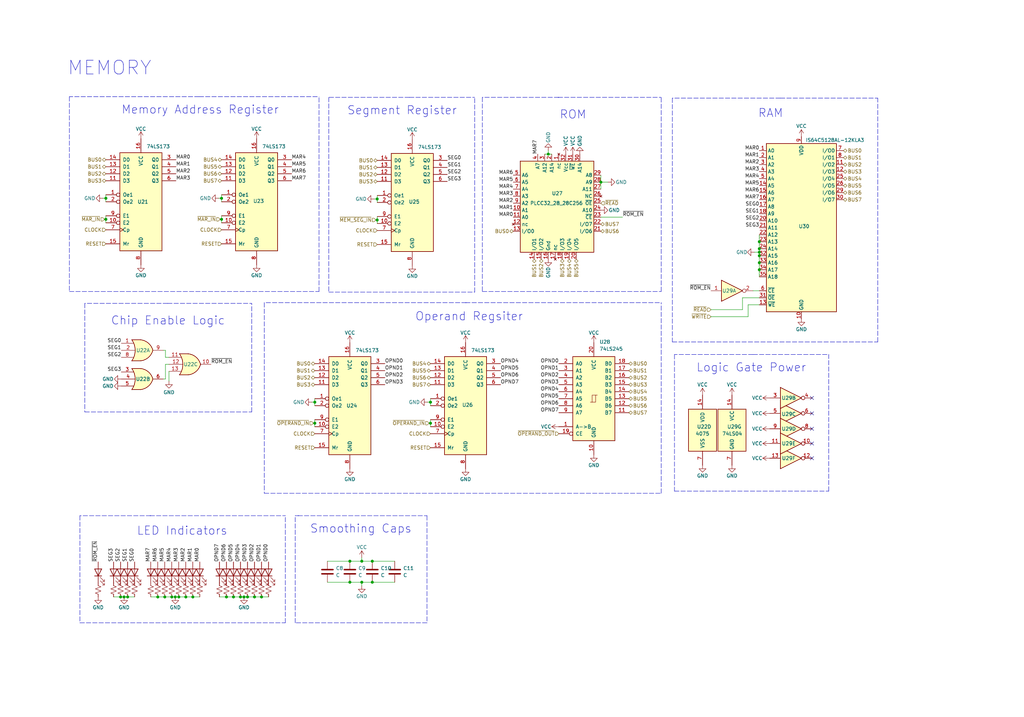
<source format=kicad_sch>
(kicad_sch (version 20211123) (generator eeschema)
  (paper "User" 370.992 259.994)
  (lib_symbols
    (symbol "4xxx:4075" (pin_names (offset 1.016))
      (property "Reference" "U" (at 0 1.27 0))
      (property "Value" "4075" (at 0 -1.27 0))
      (symbol "4075_1_1"
        (pin input line (at -7.62 2.54 0) (length 4.318) (name "~") (number "1"))
        (pin input line (at -7.62 0 0) (length 4.953) (name "~") (number "2"))
        (pin input line (at -7.62 -2.54 0) (length 4.318) (name "~") (number "8"))
        (pin output line (at 7.62 0 180) (length 3.81) (name "~") (number "9"))
      )
      (symbol "4075_1_2"
        (pin input inverted (at -7.62 2.54 0) (length 3.81) (name "~") (number "1"))
        (pin input inverted (at -7.62 0 0) (length 3.81) (name "~") (number "2"))
        (pin input inverted (at -7.62 -2.54 0) (length 3.81) (name "~") (number "8"))
        (pin output inverted (at 7.62 0 180) (length 3.81) (name "~") (number "9"))
      )
      (symbol "4075_2_1"
        (pin input line (at -7.62 2.54 0) (length 4.318) (name "~") (number "3"))
        (pin input line (at -7.62 0 0) (length 4.953) (name "~") (number "4"))
        (pin input line (at -7.62 -2.54 0) (length 4.318) (name "~") (number "5"))
        (pin output line (at 7.62 0 180) (length 3.81) (name "~") (number "6"))
      )
      (symbol "4075_2_2"
        (pin input inverted (at -7.62 2.54 0) (length 3.81) (name "~") (number "3"))
        (pin input inverted (at -7.62 0 0) (length 3.81) (name "~") (number "4"))
        (pin input inverted (at -7.62 -2.54 0) (length 3.81) (name "~") (number "5"))
        (pin output inverted (at 7.62 0 180) (length 3.81) (name "~") (number "6"))
      )
      (symbol "4075_3_1"
        (pin output line (at 7.62 0 180) (length 3.81) (name "~") (number "10"))
        (pin input line (at -7.62 2.54 0) (length 4.318) (name "~") (number "11"))
        (pin input line (at -7.62 0 0) (length 4.953) (name "~") (number "12"))
        (pin input line (at -7.62 -2.54 0) (length 4.318) (name "~") (number "13"))
      )
      (symbol "4075_3_2"
        (pin output inverted (at 7.62 0 180) (length 3.81) (name "~") (number "10"))
        (pin input inverted (at -7.62 2.54 0) (length 3.81) (name "~") (number "11"))
        (pin input inverted (at -7.62 0 0) (length 3.81) (name "~") (number "12"))
        (pin input inverted (at -7.62 -2.54 0) (length 3.81) (name "~") (number "13"))
      )
      (symbol "4075_4_0"
        (pin power_in line (at 0 12.7 270) (length 5.08) (name "VDD") (number "14"))
        (pin power_in line (at 0 -12.7 90) (length 5.08) (name "VSS") (number "7"))
      )
    )
    (symbol "74xx:74LS04"
      (property "Reference" "U" (at 0 1.27 0))
      (property "Value" "74LS04" (at 0 -1.27 0))
      (symbol "74LS04_1_0"
        (pin input line (at -7.62 0 0) (length 3.81) (name "~") (number "1"))
        (pin output inverted (at 7.62 0 180) (length 3.81) (name "~") (number "2"))
      )
      (symbol "74LS04_2_0"
        (pin input line (at -7.62 0 0) (length 3.81) (name "~") (number "3"))
        (pin output inverted (at 7.62 0 180) (length 3.81) (name "~") (number "4"))
      )
      (symbol "74LS04_3_0"
        (pin input line (at -7.62 0 0) (length 3.81) (name "~") (number "5"))
        (pin output inverted (at 7.62 0 180) (length 3.81) (name "~") (number "6"))
      )
      (symbol "74LS04_4_0"
        (pin output inverted (at 7.62 0 180) (length 3.81) (name "~") (number "8"))
        (pin input line (at -7.62 0 0) (length 3.81) (name "~") (number "9"))
      )
      (symbol "74LS04_5_0"
        (pin output inverted (at 7.62 0 180) (length 3.81) (name "~") (number "10"))
        (pin input line (at -7.62 0 0) (length 3.81) (name "~") (number "11"))
      )
      (symbol "74LS04_6_0"
        (pin output inverted (at 7.62 0 180) (length 3.81) (name "~") (number "12"))
        (pin input line (at -7.62 0 0) (length 3.81) (name "~") (number "13"))
      )
      (symbol "74LS04_7_0"
        (pin power_in line (at 0 12.7 270) (length 5.08) (name "VCC") (number "14"))
        (pin power_in line (at 0 -12.7 90) (length 5.08) (name "GND") (number "7"))
      )
    )
    (symbol "74xx:74LS173" (pin_names (offset 1.016))
      (property "Reference" "U" (at -7.62 19.05 0))
      (property "Value" "74LS173" (at -7.62 -19.05 0))
      (symbol "74LS173_1_0"
        (pin input inverted (at -12.7 2.54 0) (length 5.08) (name "Oe1") (number "1"))
        (pin input inverted (at -12.7 -7.62 0) (length 5.08) (name "E2") (number "10"))
        (pin input line (at -12.7 7.62 0) (length 5.08) (name "D3") (number "11"))
        (pin input line (at -12.7 10.16 0) (length 5.08) (name "D2") (number "12"))
        (pin input line (at -12.7 12.7 0) (length 5.08) (name "D1") (number "13"))
        (pin input line (at -12.7 15.24 0) (length 5.08) (name "D0") (number "14"))
        (pin input line (at -12.7 -15.24 0) (length 5.08) (name "Mr") (number "15"))
        (pin power_in line (at 0 22.86 270) (length 5.08) (name "VCC") (number "16"))
        (pin input inverted (at -12.7 0 0) (length 5.08) (name "Oe2") (number "2"))
        (pin tri_state line (at 12.7 15.24 180) (length 5.08) (name "Q0") (number "3"))
        (pin tri_state line (at 12.7 12.7 180) (length 5.08) (name "Q1") (number "4"))
        (pin tri_state line (at 12.7 10.16 180) (length 5.08) (name "Q2") (number "5"))
        (pin tri_state line (at 12.7 7.62 180) (length 5.08) (name "Q3") (number "6"))
        (pin input clock (at -12.7 -10.16 0) (length 5.08) (name "Cp") (number "7"))
        (pin power_in line (at 0 -22.86 90) (length 5.08) (name "GND") (number "8"))
        (pin input inverted (at -12.7 -5.08 0) (length 5.08) (name "E1") (number "9"))
      )
    )
    (symbol "74xx:74LS245" (pin_names (offset 1.016))
      (property "Reference" "U" (at -7.62 16.51 0))
      (property "Value" "74LS245" (at -7.62 -16.51 0))
      (symbol "74LS245_1_0"
        (pin input line (at -12.7 -10.16 0) (length 5.08) (name "A->B") (number "1"))
        (pin power_in line (at 0 -20.32 90) (length 5.08) (name "GND") (number "10"))
        (pin tri_state line (at 12.7 -5.08 180) (length 5.08) (name "B7") (number "11"))
        (pin tri_state line (at 12.7 -2.54 180) (length 5.08) (name "B6") (number "12"))
        (pin tri_state line (at 12.7 0 180) (length 5.08) (name "B5") (number "13"))
        (pin tri_state line (at 12.7 2.54 180) (length 5.08) (name "B4") (number "14"))
        (pin tri_state line (at 12.7 5.08 180) (length 5.08) (name "B3") (number "15"))
        (pin tri_state line (at 12.7 7.62 180) (length 5.08) (name "B2") (number "16"))
        (pin tri_state line (at 12.7 10.16 180) (length 5.08) (name "B1") (number "17"))
        (pin tri_state line (at 12.7 12.7 180) (length 5.08) (name "B0") (number "18"))
        (pin input inverted (at -12.7 -12.7 0) (length 5.08) (name "CE") (number "19"))
        (pin tri_state line (at -12.7 12.7 0) (length 5.08) (name "A0") (number "2"))
        (pin power_in line (at 0 20.32 270) (length 5.08) (name "VCC") (number "20"))
        (pin tri_state line (at -12.7 10.16 0) (length 5.08) (name "A1") (number "3"))
        (pin tri_state line (at -12.7 7.62 0) (length 5.08) (name "A2") (number "4"))
        (pin tri_state line (at -12.7 5.08 0) (length 5.08) (name "A3") (number "5"))
        (pin tri_state line (at -12.7 2.54 0) (length 5.08) (name "A4") (number "6"))
        (pin tri_state line (at -12.7 0 0) (length 5.08) (name "A5") (number "7"))
        (pin tri_state line (at -12.7 -2.54 0) (length 5.08) (name "A6") (number "8"))
        (pin tri_state line (at -12.7 -5.08 0) (length 5.08) (name "A7") (number "9"))
      )
    )
    (symbol "Device:C" (pin_numbers hide) (pin_names (offset 0.254))
      (property "Reference" "C" (at 0.635 2.54 0))
      (property "Value" "C" (at 0.635 -2.54 0))
      (symbol "C_1_1"
        (pin passive line (at 0 3.81 270) (length 2.794) (name "~") (number "1"))
        (pin passive line (at 0 -3.81 90) (length 2.794) (name "~") (number "2"))
      )
    )
    (symbol "Device:LED" (pin_numbers hide) (pin_names (offset 1.016) hide)
      (property "Reference" "D" (at 0 2.54 0))
      (property "Value" "LED" (at 0 -2.54 0))
      (symbol "LED_1_1"
        (pin passive line (at -3.81 0 0) (length 2.54) (name "K") (number "1"))
        (pin passive line (at 3.81 0 180) (length 2.54) (name "A") (number "2"))
      )
    )
    (symbol "Device:R_Small_US" (pin_numbers hide) (pin_names (offset 0.254) hide)
      (property "Reference" "R" (at 0.762 0.508 0))
      (property "Value" "R_Small_US" (at 0.762 -1.016 0))
      (symbol "R_Small_US_1_1"
        (pin passive line (at 0 2.54 270) (length 1.016) (name "~") (number "1"))
        (pin passive line (at 0 -2.54 90) (length 1.016) (name "~") (number "2"))
      )
    )
    (symbol "Memory_RAM:IS64C5128AL-12KLA3"
      (property "Reference" "U" (at -10.16 31.75 0))
      (property "Value" "IS64C5128AL-12KLA3" (at 12.7 31.75 0))
      (symbol "IS64C5128AL-12KLA3_1_1"
        (pin input line (at -15.24 27.94 0) (length 2.54) (name "A0") (number "1"))
        (pin power_in line (at 0 -33.02 90) (length 2.54) (name "GND") (number "10"))
        (pin bidirectional line (at 15.24 22.86 180) (length 2.54) (name "I/O2") (number "11"))
        (pin bidirectional line (at 15.24 20.32 180) (length 2.54) (name "I/O3") (number "12"))
        (pin input line (at -15.24 -27.94 0) (length 2.54) (name "~{WE}") (number "13"))
        (pin input line (at -15.24 15.24 0) (length 2.54) (name "A5") (number "14"))
        (pin input line (at -15.24 12.7 0) (length 2.54) (name "A6") (number "15"))
        (pin input line (at -15.24 10.16 0) (length 2.54) (name "A7") (number "16"))
        (pin input line (at -15.24 7.62 0) (length 2.54) (name "A8") (number "17"))
        (pin input line (at -15.24 5.08 0) (length 2.54) (name "A9") (number "18"))
        (pin no_connect line (at 12.7 -27.94 180) (length 2.54) hide (name "NC") (number "19"))
        (pin input line (at -15.24 25.4 0) (length 2.54) (name "A1") (number "2"))
        (pin input line (at -15.24 2.54 0) (length 2.54) (name "A10") (number "20"))
        (pin input line (at -15.24 0 0) (length 2.54) (name "A11") (number "21"))
        (pin input line (at -15.24 -2.54 0) (length 2.54) (name "A12") (number "22"))
        (pin input line (at -15.24 -5.08 0) (length 2.54) (name "A13") (number "23"))
        (pin input line (at -15.24 -7.62 0) (length 2.54) (name "A14") (number "24"))
        (pin bidirectional line (at 15.24 17.78 180) (length 2.54) (name "I/O4") (number "25"))
        (pin bidirectional line (at 15.24 15.24 180) (length 2.54) (name "I/O5") (number "26"))
        (pin passive line (at 0 33.02 270) (length 2.54) hide (name "VDD") (number "27"))
        (pin passive line (at 0 -33.02 90) (length 2.54) hide (name "GND") (number "28"))
        (pin bidirectional line (at 15.24 12.7 180) (length 2.54) (name "I/O6") (number "29"))
        (pin input line (at -15.24 22.86 0) (length 2.54) (name "A2") (number "3"))
        (pin bidirectional line (at 15.24 10.16 180) (length 2.54) (name "I/O7") (number "30"))
        (pin input line (at -15.24 -25.4 0) (length 2.54) (name "~{OE}") (number "31"))
        (pin input line (at -15.24 -10.16 0) (length 2.54) (name "A15") (number "32"))
        (pin input line (at -15.24 -12.7 0) (length 2.54) (name "A16") (number "33"))
        (pin input line (at -15.24 -15.24 0) (length 2.54) (name "A17") (number "34"))
        (pin input line (at -15.24 -17.78 0) (length 2.54) (name "A18") (number "35"))
        (pin no_connect line (at 12.7 -25.4 180) (length 2.54) hide (name "NC") (number "36"))
        (pin input line (at -15.24 20.32 0) (length 2.54) (name "A3") (number "4"))
        (pin input line (at -15.24 17.78 0) (length 2.54) (name "A4") (number "5"))
        (pin input line (at -15.24 -22.86 0) (length 2.54) (name "~{CE}") (number "6"))
        (pin bidirectional line (at 15.24 27.94 180) (length 2.54) (name "I/O0") (number "7"))
        (pin bidirectional line (at 15.24 25.4 180) (length 2.54) (name "I/O1") (number "8"))
        (pin power_in line (at 0 33.02 270) (length 2.54) (name "VDD") (number "9"))
      )
    )
    (symbol "Stephen:PLCC32_28_28C256"
      (property "Reference" "U" (at 19.05 -22.86 0))
      (property "Value" "PLCC32_28_28C256" (at 10.16 -20.32 0))
      (symbol "PLCC32_28_28C256_1_1"
        (pin no_connect line (at 1.27 17.78 270) (length 2.54) (name "nc") (number "1"))
        (pin input line (at -15.24 -2.54 0) (length 2.54) (name "A1") (number "10"))
        (pin input line (at -15.24 -5.08 0) (length 2.54) (name "A0") (number "11"))
        (pin no_connect line (at -15.24 -7.62 0) (length 2.54) (name "nc") (number "12"))
        (pin bidirectional line (at -15.24 -10.16 0) (length 2.54) (name "I/O0") (number "13"))
        (pin bidirectional line (at -7.62 -20.32 90) (length 2.54) (name "I/O1") (number "14"))
        (pin bidirectional line (at -5.08 -20.32 90) (length 2.54) (name "I/O2") (number "15"))
        (pin power_in line (at -2.54 -20.32 90) (length 2.54) (name "Gnd") (number "16"))
        (pin no_connect line (at 0 -20.32 90) (length 2.54) (name "nc") (number "17"))
        (pin bidirectional line (at 2.54 -20.32 90) (length 2.54) (name "I/O3") (number "18"))
        (pin bidirectional line (at 5.08 -20.32 90) (length 2.54) (name "I/O4") (number "19"))
        (pin input line (at -1.27 17.78 270) (length 2.54) (name "A14") (number "2"))
        (pin bidirectional line (at 7.62 -20.32 90) (length 2.54) (name "I/O5") (number "20"))
        (pin bidirectional line (at 16.51 -10.16 180) (length 2.54) (name "I/O6") (number "21"))
        (pin bidirectional line (at 16.51 -7.62 180) (length 2.54) (name "I/O7") (number "22"))
        (pin input line (at 16.51 -5.08 180) (length 2.54) (name "~{CE}") (number "23"))
        (pin input line (at 16.51 -2.54 180) (length 2.54) (name "A10") (number "24"))
        (pin input line (at 16.51 0 180) (length 2.54) (name "~{OE}") (number "25"))
        (pin no_connect line (at 16.51 2.54 180) (length 2.54) (name "NC") (number "26"))
        (pin input line (at 16.51 5.08 180) (length 2.54) (name "A11") (number "27"))
        (pin input line (at 16.51 7.62 180) (length 2.54) (name "A9") (number "28"))
        (pin input line (at 16.51 10.16 180) (length 2.54) (name "A8") (number "29"))
        (pin input line (at -3.81 17.78 270) (length 2.54) (name "A12") (number "3"))
        (pin input line (at 8.89 17.78 270) (length 2.54) (name "A14") (number "30"))
        (pin input line (at 6.35 17.78 270) (length 2.54) (name "~{WE}") (number "31"))
        (pin power_in line (at 3.81 17.78 270) (length 2.54) (name "Vcc") (number "32"))
        (pin input line (at -6.35 17.78 270) (length 2.54) (name "A7") (number "4"))
        (pin input line (at -15.24 10.16 0) (length 2.54) (name "A6") (number "5"))
        (pin input line (at -15.24 7.62 0) (length 2.54) (name "A5") (number "6"))
        (pin input line (at -15.24 5.08 0) (length 2.54) (name "A4") (number "7"))
        (pin input line (at -15.24 2.54 0) (length 2.54) (name "A3") (number "8"))
        (pin input line (at -15.24 0 0) (length 2.54) (name "A2") (number "9"))
      )
    )
    (symbol "power:GND" (power) (pin_names (offset 0))
      (property "Value" "GND" (at 0 -3.81 0))
      (symbol "GND_1_1"
        (pin power_in line (at 0 0 270) (length 0) hide (name "GND") (number "1"))
      )
    )
    (symbol "power:VCC" (power) (pin_names (offset 0))
      (property "Value" "VCC" (at 0 3.81 0))
      (symbol "VCC_1_1"
        (pin power_in line (at 0 0 90) (length 0) hide (name "VCC") (number "1"))
      )
    )
  )
  (junction (at 84.582 216.408))
  (junction (at 44.958 216.408))
  (junction (at 67.31 216.408))
  (junction (at 80.264 79.502))
  (junction (at 275.082 95.25))
  (junction (at 134.874 211.074))
  (junction (at 82.042 216.408))
  (junction (at 38.354 79.502))
  (junction (at 114.046 145.796))
  (junction (at 80.264 71.882))
  (junction (at 198.628 55.88))
  (junction (at 92.202 216.408))
  (junction (at 131.064 203.454))
  (junction (at 155.956 145.796))
  (junction (at 46.228 216.408))
  (junction (at 155.956 153.416))
  (junction (at 62.23 216.408))
  (junction (at 131.064 211.074))
  (junction (at 275.082 91.44))
  (junction (at 57.15 216.408))
  (junction (at 94.742 216.408))
  (junction (at 275.082 87.63))
  (junction (at 87.122 216.408))
  (junction (at 275.082 97.79))
  (junction (at 43.688 216.408))
  (junction (at 136.652 79.756))
  (junction (at 64.77 216.408))
  (junction (at 38.354 71.882))
  (junction (at 88.392 216.408))
  (junction (at 114.046 153.416))
  (junction (at 275.082 92.71))
  (junction (at 126.746 203.454))
  (junction (at 59.69 216.408))
  (junction (at 126.746 211.074))
  (junction (at 217.678 66.04))
  (junction (at 134.874 203.454))
  (junction (at 275.082 90.17))
  (junction (at 89.662 216.408))
  (junction (at 63.5 216.408))
  (junction (at 136.652 72.136))
  (junction (at 69.85 216.408))
  (no_connect (at 294.132 155.448))
  (no_connect (at 294.132 166.116))
  (no_connect (at 294.132 144.272))
  (no_connect (at 294.132 149.86))
  (no_connect (at 294.132 160.782))
  (polyline (pts (xy 148.336 35.306) (xy 171.958 35.306)))
  (polyline (pts (xy 106.934 186.944) (xy 108.204 186.944)))
  (polyline (pts (xy 25.146 105.664) (xy 115.57 105.664)))
  (wire (pts (xy 268.986 112.268) (xy 268.986 107.95)))
  (wire (pts (xy 84.582 216.408) (xy 87.122 216.408)))
  (wire (pts (xy 59.944 129.54) (xy 61.214 129.54)))
  (wire (pts (xy 131.064 212.344) (xy 131.064 211.074)))
  (wire (pts (xy 87.122 216.408) (xy 88.392 216.408)))
  (polyline (pts (xy 239.522 178.816) (xy 239.522 109.728)))
  (wire (pts (xy 198.628 54.61) (xy 198.628 55.88)))
  (wire (pts (xy 198.628 55.88) (xy 197.358 55.88)))
  (polyline (pts (xy 174.752 35.306) (xy 174.752 105.664)))
  (wire (pts (xy 154.94 145.796) (xy 155.956 145.796)))
  (wire (pts (xy 136.652 78.486) (xy 136.652 79.756)))
  (wire (pts (xy 136.652 72.136) (xy 136.652 73.406)))
  (polyline (pts (xy 239.522 105.664) (xy 239.522 35.306)))
  (polyline (pts (xy 115.57 105.664) (xy 115.57 35.052)))
  (wire (pts (xy 134.874 211.074) (xy 143.002 211.074)))
  (wire (pts (xy 275.082 97.79) (xy 275.082 100.33)))
  (wire (pts (xy 38.354 71.882) (xy 38.354 73.152)))
  (polyline (pts (xy 95.758 178.816) (xy 239.522 178.816)))
  (polyline (pts (xy 91.186 149.352) (xy 91.186 109.982)))
  (wire (pts (xy 113.03 145.796) (xy 114.046 145.796)))
  (polyline (pts (xy 106.934 225.806) (xy 106.934 186.944)))
  (wire (pts (xy 225.552 78.74) (xy 217.678 78.74)))
  (polyline (pts (xy 54.61 186.944) (xy 28.956 186.944)))
  (wire (pts (xy 89.662 216.408) (xy 92.202 216.408)))
  (polyline (pts (xy 244.348 178.054) (xy 300.228 178.054)))
  (wire (pts (xy 155.956 153.416) (xy 155.956 154.686)))
  (polyline (pts (xy 168.91 109.728) (xy 95.758 109.728)))
  (wire (pts (xy 59.944 137.414) (xy 59.182 137.414)))
  (wire (pts (xy 67.31 216.408) (xy 69.85 216.408)))
  (wire (pts (xy 64.77 216.408) (xy 67.31 216.408)))
  (wire (pts (xy 131.064 211.074) (xy 126.746 211.074)))
  (wire (pts (xy 38.354 79.502) (xy 38.354 80.772)))
  (polyline (pts (xy 202.184 35.306) (xy 239.522 35.306)))
  (wire (pts (xy 275.082 91.44) (xy 275.082 92.71)))
  (wire (pts (xy 54.61 216.408) (xy 57.15 216.408)))
  (polyline (pts (xy 154.686 225.806) (xy 106.934 225.806)))
  (wire (pts (xy 273.304 91.44) (xy 275.082 91.44)))
  (wire (pts (xy 61.214 132.08) (xy 59.944 132.08)))
  (wire (pts (xy 80.264 79.502) (xy 80.264 80.772)))
  (wire (pts (xy 155.956 152.146) (xy 155.956 153.416)))
  (wire (pts (xy 126.746 203.454) (xy 118.618 203.454)))
  (wire (pts (xy 257.556 112.268) (xy 268.986 112.268)))
  (wire (pts (xy 38.354 78.232) (xy 38.354 79.502)))
  (wire (pts (xy 37.338 71.882) (xy 38.354 71.882)))
  (wire (pts (xy 57.15 216.408) (xy 59.69 216.408)))
  (wire (pts (xy 114.046 152.146) (xy 114.046 153.416)))
  (polyline (pts (xy 300.228 178.054) (xy 300.228 128.524)))
  (polyline (pts (xy 28.956 225.806) (xy 103.378 225.806)))
  (wire (pts (xy 38.354 70.612) (xy 38.354 71.882)))
  (wire (pts (xy 46.228 216.408) (xy 48.768 216.408)))
  (wire (pts (xy 155.956 145.796) (xy 155.956 147.066)))
  (wire (pts (xy 37.846 79.502) (xy 38.354 79.502)))
  (wire (pts (xy 113.538 153.416) (xy 114.046 153.416)))
  (wire (pts (xy 79.756 79.502) (xy 80.264 79.502)))
  (wire (pts (xy 114.046 145.796) (xy 114.046 147.066)))
  (wire (pts (xy 275.082 110.49) (xy 271.018 110.49)))
  (wire (pts (xy 155.448 153.416) (xy 155.956 153.416)))
  (wire (pts (xy 136.144 79.756) (xy 136.652 79.756)))
  (wire (pts (xy 62.23 216.408) (xy 63.5 216.408)))
  (polyline (pts (xy 243.586 35.56) (xy 243.586 123.952)))
  (wire (pts (xy 131.064 202.184) (xy 131.064 203.454)))
  (polyline (pts (xy 54.356 186.944) (xy 103.378 186.944)))
  (polyline (pts (xy 103.378 225.806) (xy 103.378 186.944)))
  (wire (pts (xy 63.5 216.408) (xy 64.77 216.408)))
  (wire (pts (xy 275.082 85.09) (xy 275.082 87.63)))
  (wire (pts (xy 41.148 216.408) (xy 43.688 216.408)))
  (polyline (pts (xy 202.438 35.306) (xy 174.752 35.306)))
  (wire (pts (xy 80.264 71.882) (xy 80.264 73.152)))
  (wire (pts (xy 79.248 71.882) (xy 80.264 71.882)))
  (polyline (pts (xy 272.796 128.524) (xy 300.228 128.524)))
  (polyline (pts (xy 119.126 35.306) (xy 119.126 105.918)))
  (wire (pts (xy 271.018 110.49) (xy 271.018 114.808)))
  (wire (pts (xy 198.628 55.88) (xy 199.898 55.88)))
  (polyline (pts (xy 107.95 186.944) (xy 154.686 186.944)))
  (polyline (pts (xy 171.958 105.918) (xy 171.958 35.306)))
  (wire (pts (xy 275.082 95.25) (xy 275.082 97.79)))
  (wire (pts (xy 136.652 70.866) (xy 136.652 72.136)))
  (wire (pts (xy 268.986 107.95) (xy 275.082 107.95)))
  (wire (pts (xy 272.796 105.41) (xy 275.082 105.41)))
  (polyline (pts (xy 28.956 186.944) (xy 28.956 225.806)))
  (wire (pts (xy 275.082 92.71) (xy 275.082 95.25)))
  (wire (pts (xy 88.392 216.408) (xy 89.662 216.408)))
  (polyline (pts (xy 95.758 109.728) (xy 95.758 178.816)))
  (polyline (pts (xy 244.348 128.524) (xy 244.348 178.054)))
  (polyline (pts (xy 148.336 35.306) (xy 119.126 35.306)))
  (wire (pts (xy 43.688 216.408) (xy 44.958 216.408)))
  (wire (pts (xy 114.046 153.416) (xy 114.046 154.686)))
  (polyline (pts (xy 174.752 105.664) (xy 239.522 105.664)))
  (polyline (pts (xy 25.146 35.052) (xy 25.146 105.664)))
  (wire (pts (xy 131.064 211.074) (xy 134.874 211.074)))
  (wire (pts (xy 82.042 216.408) (xy 84.582 216.408)))
  (wire (pts (xy 126.746 211.074) (xy 118.618 211.074)))
  (polyline (pts (xy 30.734 109.982) (xy 30.734 149.352)))
  (polyline (pts (xy 60.706 109.982) (xy 30.734 109.982)))
  (wire (pts (xy 217.678 66.04) (xy 220.218 66.04)))
  (wire (pts (xy 114.046 144.526) (xy 114.046 145.796)))
  (wire (pts (xy 135.636 72.136) (xy 136.652 72.136)))
  (wire (pts (xy 217.678 66.04) (xy 217.678 68.58)))
  (polyline (pts (xy 154.686 186.944) (xy 154.686 225.806)))
  (wire (pts (xy 126.746 203.454) (xy 131.064 203.454)))
  (polyline (pts (xy 243.586 123.952) (xy 318.008 123.952)))
  (polyline (pts (xy 318.008 123.952) (xy 318.008 35.56)))
  (wire (pts (xy 275.082 90.17) (xy 275.082 91.44)))
  (polyline (pts (xy 72.136 35.052) (xy 25.146 35.052)))
  (polyline (pts (xy 72.136 35.052) (xy 115.57 35.052)))
  (wire (pts (xy 79.502 216.408) (xy 82.042 216.408)))
  (wire (pts (xy 92.202 216.408) (xy 94.742 216.408)))
  (wire (pts (xy 80.264 78.232) (xy 80.264 79.502)))
  (wire (pts (xy 217.678 63.5) (xy 217.678 66.04)))
  (wire (pts (xy 155.956 144.526) (xy 155.956 145.796)))
  (wire (pts (xy 275.082 87.63) (xy 275.082 90.17)))
  (wire (pts (xy 59.182 127) (xy 59.944 127)))
  (polyline (pts (xy 60.706 109.982) (xy 91.186 109.982)))
  (polyline (pts (xy 168.656 109.728) (xy 239.522 109.728)))
  (polyline (pts (xy 119.126 105.918) (xy 171.958 105.918)))
  (wire (pts (xy 131.064 203.454) (xy 134.874 203.454)))
  (wire (pts (xy 136.652 79.756) (xy 136.652 81.026)))
  (wire (pts (xy 59.69 216.408) (xy 62.23 216.408)))
  (polyline (pts (xy 282.702 35.56) (xy 243.586 35.56)))
  (wire (pts (xy 44.958 216.408) (xy 46.228 216.408)))
  (wire (pts (xy 59.944 132.08) (xy 59.944 137.414)))
  (wire (pts (xy 61.214 134.62) (xy 61.214 138.176)))
  (wire (pts (xy 80.264 70.612) (xy 80.264 71.882)))
  (polyline (pts (xy 282.702 35.56) (xy 318.008 35.56)))
  (wire (pts (xy 59.944 127) (xy 59.944 129.54)))
  (wire (pts (xy 69.85 216.408) (xy 72.39 216.408)))
  (polyline (pts (xy 30.734 149.352) (xy 91.186 149.352)))
  (polyline (pts (xy 272.796 128.524) (xy 244.348 128.524)))
  (wire (pts (xy 134.874 203.454) (xy 143.002 203.454)))
  (wire (pts (xy 271.018 114.808) (xy 257.556 114.808)))
  (wire (pts (xy 94.742 216.408) (xy 97.282 216.408)))
  (text "Segment Register" (at 125.73 41.91 0) (effects (font (size 3 3)) (justify left bottom)))
  (text "Operand Regsiter" (at 150.368 116.586 0) (effects (font (size 3 3)) (justify left bottom)))
  (text "MEMORY" (at 24.384 27.686 0) (effects (font (size 5 5)) (justify left bottom)))
  (text "Chip Enable Logic" (at 40.132 118.11 0) (effects (font (size 3 3)) (justify left bottom)))
  (text "RAM" (at 274.574 42.926 0) (effects (font (size 3 3)) (justify left bottom)))
  (text "Memory Address Register" (at 43.942 41.656 0) (effects (font (size 3 3)) (justify left bottom)))
  (text "Logic Gate Power" (at 252.222 135.128 0) (effects (font (size 3 3)) (justify left bottom)))
  (text "LED Indicators" (at 49.53 194.31 0) (effects (font (size 3 3)) (justify left bottom)))
  (text "ROM" (at 202.692 43.434 0) (effects (font (size 3 3)) (justify left bottom)))
  (text "Smoothing Caps" (at 112.268 193.548 0) (effects (font (size 3 3)) (justify left bottom)))
  (label "MAR3" (at 185.928 71.12 180))
  (label "SEG3" (at 162.052 65.786 0))
  (label "SEG2" (at 43.688 203.708 90))
  (label "OPND5" (at 202.438 144.526 180))
  (label "MAR6" (at 57.15 203.708 90))
  (label "MAR4" (at 275.082 64.77 180))
  (label "OPND4" (at 87.122 203.708 90))
  (label "OPND1" (at 202.438 134.366 180))
  (label "MAR2" (at 63.754 62.992 0))
  (label "MAR0" (at 275.082 54.61 180))
  (label "~{ROM_EN}" (at 76.454 132.08 0))
  (label "OPND0" (at 202.438 131.826 180))
  (label "MAR2" (at 67.31 203.708 90))
  (label "OPND2" (at 139.446 136.906 0))
  (label "MAR7" (at 54.61 203.708 90))
  (label "SEG1" (at 46.228 203.708 90))
  (label "MAR2" (at 185.928 73.66 180))
  (label "OPND2" (at 92.202 203.708 90))
  (label "OPND7" (at 181.356 139.446 0))
  (label "SEG1" (at 162.052 60.706 0))
  (label "OPND6" (at 181.356 136.906 0))
  (label "MAR1" (at 275.082 57.15 180))
  (label "SEG0" (at 162.052 58.166 0))
  (label "SEG0" (at 43.942 124.46 180))
  (label "OPND4" (at 181.356 131.826 0))
  (label "MAR6" (at 185.928 63.5 180))
  (label "OPND1" (at 139.446 134.366 0))
  (label "MAR4" (at 185.928 68.58 180))
  (label "MAR5" (at 185.928 66.04 180))
  (label "OPND6" (at 82.042 203.708 90))
  (label "MAR5" (at 105.664 60.452 0))
  (label "SEG3" (at 41.148 203.708 90))
  (label "MAR1" (at 63.754 60.452 0))
  (label "MAR6" (at 275.082 69.85 180))
  (label "OPND5" (at 181.356 134.366 0))
  (label "SEG2" (at 162.052 63.246 0))
  (label "OPND4" (at 202.438 141.986 180))
  (label "MAR2" (at 275.082 59.69 180))
  (label "MAR4" (at 105.664 57.912 0))
  (label "~{ROM_EN}" (at 225.552 78.74 0))
  (label "MAR7" (at 194.818 55.88 90))
  (label "MAR0" (at 72.39 203.708 90))
  (label "SEG1" (at 275.082 77.47 180))
  (label "MAR0" (at 63.754 57.912 0))
  (label "MAR4" (at 62.23 203.708 90))
  (label "MAR1" (at 185.928 76.2 180))
  (label "OPND7" (at 79.502 203.708 90))
  (label "~{ROM_EN}" (at 257.556 105.41 180))
  (label "MAR5" (at 59.69 203.708 90))
  (label "OPND1" (at 94.742 203.708 90))
  (label "SEG2" (at 275.082 80.01 180))
  (label "OPND3" (at 202.438 139.446 180))
  (label "MAR1" (at 69.85 203.708 90))
  (label "SEG3" (at 43.942 134.874 180))
  (label "MAR6" (at 105.664 62.992 0))
  (label "MAR3" (at 275.082 62.23 180))
  (label "SEG1" (at 43.942 127 180))
  (label "OPND2" (at 202.438 136.906 180))
  (label "OPND5" (at 84.582 203.708 90))
  (label "MAR3" (at 64.77 203.708 90))
  (label "MAR5" (at 275.082 67.31 180))
  (label "OPND0" (at 139.446 131.826 0))
  (label "SEG0" (at 275.082 74.93 180))
  (label "MAR7" (at 105.664 65.532 0))
  (label "~{ROM_EN}" (at 35.56 203.708 90))
  (label "SEG2" (at 43.942 129.54 180))
  (label "OPND6" (at 202.438 147.066 180))
  (label "SEG3" (at 275.082 82.55 180))
  (label "MAR3" (at 63.754 65.532 0))
  (label "OPND3" (at 89.662 203.708 90))
  (label "MAR0" (at 185.928 78.74 180))
  (label "MAR7" (at 275.082 72.39 180))
  (label "OPND7" (at 202.438 149.606 180))
  (label "OPND3" (at 139.446 139.446 0))
  (label "OPND0" (at 97.282 203.708 90))
  (label "SEG0" (at 48.768 203.708 90))
  (hierarchical_label "BUS1" (shape tri_state) (at 136.652 60.706 180))
  (hierarchical_label "BUS7" (shape tri_state) (at 80.264 65.532 180))
  (hierarchical_label "~{OPERAND_OUT}" (shape input) (at 202.438 157.226 180))
  (hierarchical_label "BUS1" (shape tri_state) (at 305.562 57.15 0))
  (hierarchical_label "RESET" (shape input) (at 155.956 162.306 180))
  (hierarchical_label "RESET" (shape input) (at 114.046 162.306 180))
  (hierarchical_label "CLOCK" (shape input) (at 80.264 83.312 180))
  (hierarchical_label "~{MEM_SEG_IN}" (shape input) (at 136.144 79.756 180))
  (hierarchical_label "BUS3" (shape tri_state) (at 136.652 65.786 180))
  (hierarchical_label "BUS4" (shape tri_state) (at 155.956 131.826 180))
  (hierarchical_label "~{OPERAND_IN}" (shape input) (at 113.538 153.416 180))
  (hierarchical_label "BUS0" (shape tri_state) (at 38.354 57.912 180))
  (hierarchical_label "CLOCK" (shape input) (at 38.354 83.312 180))
  (hierarchical_label "BUS6" (shape tri_state) (at 155.956 136.906 180))
  (hierarchical_label "BUS2" (shape tri_state) (at 227.838 136.906 0))
  (hierarchical_label "BUS1" (shape tri_state) (at 227.838 134.366 0))
  (hierarchical_label "BUS4" (shape tri_state) (at 206.248 93.98 270))
  (hierarchical_label "BUS5" (shape tri_state) (at 155.956 134.366 180))
  (hierarchical_label "BUS3" (shape tri_state) (at 305.562 62.23 0))
  (hierarchical_label "BUS2" (shape tri_state) (at 196.088 93.98 270))
  (hierarchical_label "~{OPERAND_IN}" (shape input) (at 155.448 153.416 180))
  (hierarchical_label "BUS7" (shape tri_state) (at 227.838 149.606 0))
  (hierarchical_label "CLOCK" (shape input) (at 114.046 157.226 180))
  (hierarchical_label "BUS0" (shape tri_state) (at 136.652 58.166 180))
  (hierarchical_label "CLOCK" (shape input) (at 155.956 157.226 180))
  (hierarchical_label "BUS7" (shape tri_state) (at 305.562 72.39 0))
  (hierarchical_label "BUS0" (shape tri_state) (at 227.838 131.826 0))
  (hierarchical_label "BUS3" (shape tri_state) (at 203.708 93.98 270))
  (hierarchical_label "BUS4" (shape tri_state) (at 305.562 64.77 0))
  (hierarchical_label "BUS3" (shape tri_state) (at 114.046 139.446 180))
  (hierarchical_label "BUS6" (shape tri_state) (at 227.838 147.066 0))
  (hierarchical_label "BUS2" (shape tri_state) (at 38.354 62.992 180))
  (hierarchical_label "~{MAR_IN}" (shape input) (at 37.846 79.502 180))
  (hierarchical_label "BUS1" (shape tri_state) (at 38.354 60.452 180))
  (hierarchical_label "BUS7" (shape tri_state) (at 217.678 81.28 0))
  (hierarchical_label "RESET" (shape input) (at 80.264 88.392 180))
  (hierarchical_label "BUS4" (shape tri_state) (at 227.838 141.986 0))
  (hierarchical_label "BUS6" (shape tri_state) (at 80.264 62.992 180))
  (hierarchical_label "BUS2" (shape tri_state) (at 114.046 136.906 180))
  (hierarchical_label "BUS3" (shape tri_state) (at 227.838 139.446 0))
  (hierarchical_label "~{WRITE}" (shape input) (at 257.556 114.808 180))
  (hierarchical_label "RESET" (shape input) (at 136.652 88.646 180))
  (hierarchical_label "BUS4" (shape tri_state) (at 80.264 57.912 180))
  (hierarchical_label "BUS5" (shape tri_state) (at 208.788 93.98 270))
  (hierarchical_label "BUS6" (shape tri_state) (at 217.678 83.82 0))
  (hierarchical_label "BUS2" (shape tri_state) (at 136.652 63.246 180))
  (hierarchical_label "BUS5" (shape tri_state) (at 80.264 60.452 180))
  (hierarchical_label "BUS5" (shape tri_state) (at 227.838 144.526 0))
  (hierarchical_label "BUS0" (shape tri_state) (at 305.562 54.61 0))
  (hierarchical_label "BUS0" (shape tri_state) (at 185.928 83.82 180))
  (hierarchical_label "BUS1" (shape tri_state) (at 114.046 134.366 180))
  (hierarchical_label "BUS1" (shape tri_state) (at 193.548 93.98 270))
  (hierarchical_label "~{MAR_IN}" (shape input) (at 79.756 79.502 180))
  (hierarchical_label "BUS0" (shape tri_state) (at 114.046 131.826 180))
  (hierarchical_label "BUS7" (shape tri_state) (at 155.956 139.446 180))
  (hierarchical_label "~{READ}" (shape input) (at 217.678 73.66 0))
  (hierarchical_label "BUS3" (shape tri_state) (at 38.354 65.532 180))
  (hierarchical_label "BUS5" (shape tri_state) (at 305.562 67.31 0))
  (hierarchical_label "CLOCK" (shape input) (at 136.652 83.566 180))
  (hierarchical_label "BUS6" (shape tri_state) (at 305.562 69.85 0))
  (hierarchical_label "~{READ}" (shape input) (at 257.556 112.268 180))
  (hierarchical_label "BUS2" (shape tri_state) (at 305.562 59.69 0))
  (hierarchical_label "RESET" (shape input) (at 38.354 88.392 180))
  (symbol (lib_id "Device:C") (at 118.618 207.264 0) (unit 1)
    (property "Reference" "C8" (at 121.666 205.9939 0) (effects (justify left)))
    (property "Value" "C" (at 121.666 208.5339 0) (effects (justify left)))
    (property "Footprint" "Capacitor_SMD:C_0805_2012Metric" (effects hide))
  )
  (symbol (lib_id "power:VCC") (at 126.746 124.206 0) (unit 1)
    (property "Reference" "#PWR091" (effects hide))
    (property "Value" "VCC" (at 126.746 120.65 0))
  )
  (symbol (lib_id "power:GND") (at 43.942 139.954 270) (unit 1)
    (property "Reference" "#PWR080" (effects hide))
    (property "Value" "GND" (at 39.116 139.954 90))
  )
  (symbol (lib_id "Memory_RAM:IS64C5128AL-12KLA3") (at 290.322 82.55 0) (unit 1)
    (property "Reference" "U30" (at 289.306 82.042 0) (effects (justify left)))
    (property "Value" "IS64C5128AL-12KLA3" (at 291.846 50.8 0) (effects (justify left)))
    (property "Footprint" "Package_SO:SOJ-36_10.16x23.49mm_P1.27mm" (effects hide))
    (property "Datasheet" "http://www.issi.com/WW/pdf/61-64C5128AL.pdf" (effects hide))
  )
  (symbol (lib_id "Device:R_Small_US") (at 72.39 213.868 0) (unit 1)
    (property "Reference" "R57" (effects hide))
    (property "Value" "R_Small_US" (effects hide))
    (property "Footprint" "Resistor_SMD:R_0805_2012Metric" (effects hide))
  )
  (symbol (lib_id "4xxx:4075") (at 51.562 137.414 0) (unit 2)
    (property "Reference" "U22" (at 51.816 137.414 0))
    (property "Value" "4075" (effects hide))
    (property "Footprint" "Package_SO:SOIC-14_3.9x8.7mm_P1.27mm" (effects hide))
    (property "Datasheet" "http://www.intersil.com/content/dam/Intersil/documents/cd40/cd4071bms-72bms-75bms.pdf" (effects hide))
  )
  (symbol (lib_id "74xx:74LS173") (at 92.964 73.152 0) (unit 1)
    (property "Reference" "U23" (at 91.694 72.898 0) (effects (justify left)))
    (property "Value" "74LS173" (at 94.9834 53.086 0) (effects (justify left)))
    (property "Footprint" "Package_SO:TSSOP-16_4.4x5mm_P0.65mm" (effects hide))
    (property "Datasheet" "http://www.ti.com/lit/gpn/sn74LS173" (effects hide))
  )
  (symbol (lib_id "power:GND") (at 149.352 96.266 0) (unit 1)
    (property "Reference" "#PWR097" (effects hide))
    (property "Value" "GND" (at 149.352 100.076 0))
  )
  (symbol (lib_id "74xx:74LS173") (at 51.054 73.152 0) (unit 1)
    (property "Reference" "U21" (at 49.784 73.152 0) (effects (justify left)))
    (property "Value" "74LS173" (at 53.0734 53.086 0) (effects (justify left)))
    (property "Footprint" "Package_SO:TSSOP-16_4.4x5mm_P0.65mm" (effects hide))
    (property "Datasheet" "http://www.ti.com/lit/gpn/sn74LS173" (effects hide))
  )
  (symbol (lib_id "power:GND") (at 135.636 72.136 270) (unit 1)
    (property "Reference" "#PWR095" (effects hide))
    (property "Value" "GND" (at 130.81 72.136 90))
  )
  (symbol (lib_id "Device:LED") (at 89.662 207.518 90) (unit 1)
    (property "Reference" "D62" (effects hide))
    (property "Value" "LED" (effects hide))
    (property "Footprint" "LED_SMD:LED_0805_2012Metric" (effects hide))
  )
  (symbol (lib_id "Device:R_Small_US") (at 94.742 213.868 0) (unit 1)
    (property "Reference" "R64" (effects hide))
    (property "Value" "R_Small_US" (effects hide))
    (property "Footprint" "Resistor_SMD:R_0805_2012Metric" (effects hide))
  )
  (symbol (lib_id "power:GND") (at 126.746 169.926 0) (unit 1)
    (property "Reference" "#PWR092" (effects hide))
    (property "Value" "GND" (at 126.746 173.736 0))
  )
  (symbol (lib_id "power:VCC") (at 149.352 50.546 0) (unit 1)
    (property "Reference" "#PWR096" (effects hide))
    (property "Value" "VCC" (at 149.352 46.99 0))
  )
  (symbol (lib_id "power:GND") (at 113.03 145.796 270) (unit 1)
    (property "Reference" "#PWR090" (effects hide))
    (property "Value" "GND" (at 108.204 145.796 90))
  )
  (symbol (lib_id "Device:LED") (at 35.56 207.518 90) (unit 1)
    (property "Reference" "D45" (effects hide))
    (property "Value" "LED" (effects hide))
    (property "Footprint" "LED_SMD:LED_0805_2012Metric" (effects hide))
  )
  (symbol (lib_id "Device:LED") (at 82.042 207.518 90) (unit 1)
    (property "Reference" "D59" (effects hide))
    (property "Value" "LED" (effects hide))
    (property "Footprint" "LED_SMD:LED_0805_2012Metric" (effects hide))
  )
  (symbol (lib_id "Device:R_Small_US") (at 64.77 213.868 0) (unit 1)
    (property "Reference" "R54" (effects hide))
    (property "Value" "R_Small_US" (effects hide))
    (property "Footprint" "Resistor_SMD:R_0805_2012Metric" (effects hide))
  )
  (symbol (lib_id "power:VCC") (at 131.064 202.184 0) (unit 1)
    (property "Reference" "#PWR093" (effects hide))
    (property "Value" "VCC" (at 131.064 198.374 0))
  )
  (symbol (lib_id "74xx:74LS04") (at 286.512 149.86 0) (unit 3)
    (property "Reference" "U29" (at 285.75 150.114 0))
    (property "Value" "74LS04" (effects hide))
    (property "Datasheet" "http://www.ti.com/lit/gpn/sn74LS04" (effects hide))
  )
  (symbol (lib_id "74xx:74LS04") (at 286.512 144.272 0) (unit 2)
    (property "Reference" "U29" (at 285.75 144.272 0))
    (property "Value" "74LS04" (effects hide))
    (property "Datasheet" "http://www.ti.com/lit/gpn/sn74LS04" (effects hide))
  )
  (symbol (lib_id "Device:R_Small_US") (at 69.85 213.868 0) (unit 1)
    (property "Reference" "R56" (effects hide))
    (property "Value" "R_Small_US" (effects hide))
    (property "Footprint" "Resistor_SMD:R_0805_2012Metric" (effects hide))
  )
  (symbol (lib_id "power:GND") (at 131.064 212.344 0) (unit 1)
    (property "Reference" "#PWR094" (effects hide))
    (property "Value" "GND" (at 131.064 216.154 0))
  )
  (symbol (lib_id "power:GND") (at 154.94 145.796 270) (unit 1)
    (property "Reference" "#PWR098" (effects hide))
    (property "Value" "GND" (at 150.114 145.796 90))
  )
  (symbol (lib_id "Device:R_Small_US") (at 79.502 213.868 0) (unit 1)
    (property "Reference" "R58" (effects hide))
    (property "Value" "R_Small_US" (effects hide))
    (property "Footprint" "Resistor_SMD:R_0805_2012Metric" (effects hide))
  )
  (symbol (lib_id "Device:LED") (at 41.148 207.518 90) (unit 1)
    (property "Reference" "D46" (effects hide))
    (property "Value" "LED" (effects hide))
    (property "Footprint" "LED_SMD:LED_0805_2012Metric" (effects hide))
  )
  (symbol (lib_id "Device:LED") (at 69.85 207.518 90) (unit 1)
    (property "Reference" "D56" (effects hide))
    (property "Value" "LED" (effects hide))
    (property "Footprint" "LED_SMD:LED_0805_2012Metric" (effects hide))
  )
  (symbol (lib_id "Device:R_Small_US") (at 97.282 213.868 0) (unit 1)
    (property "Reference" "R65" (effects hide))
    (property "Value" "R_Small_US" (effects hide))
    (property "Footprint" "Resistor_SMD:R_0805_2012Metric" (effects hide))
  )
  (symbol (lib_id "power:GND") (at 37.338 71.882 270) (unit 1)
    (property "Reference" "#PWR078" (effects hide))
    (property "Value" "GND" (at 32.512 71.882 90))
  )
  (symbol (lib_id "Device:R_Small_US") (at 89.662 213.868 0) (unit 1)
    (property "Reference" "R62" (effects hide))
    (property "Value" "R_Small_US" (effects hide))
    (property "Footprint" "Resistor_SMD:R_0805_2012Metric" (effects hide))
  )
  (symbol (lib_id "Device:LED") (at 59.69 207.518 90) (unit 1)
    (property "Reference" "D52" (effects hide))
    (property "Value" "LED" (effects hide))
    (property "Footprint" "LED_SMD:LED_0805_2012Metric" (effects hide))
  )
  (symbol (lib_id "4xxx:4075") (at 51.562 127 0) (unit 1)
    (property "Reference" "U22" (at 51.816 127 0))
    (property "Value" "4075" (effects hide))
    (property "Footprint" "Package_SO:SOIC-14_3.9x8.7mm_P1.27mm" (effects hide))
    (property "Datasheet" "http://www.intersil.com/content/dam/Intersil/documents/cd40/cd4071bms-72bms-75bms.pdf" (effects hide))
  )
  (symbol (lib_id "Device:LED") (at 43.688 207.518 90) (unit 1)
    (property "Reference" "D47" (effects hide))
    (property "Value" "LED" (effects hide))
    (property "Footprint" "LED_SMD:LED_0805_2012Metric" (effects hide))
  )
  (symbol (lib_id "Device:R_Small_US") (at 54.61 213.868 0) (unit 1)
    (property "Reference" "R50" (effects hide))
    (property "Value" "R_Small_US" (effects hide))
    (property "Footprint" "Resistor_SMD:R_0805_2012Metric" (effects hide))
  )
  (symbol (lib_id "Device:LED") (at 87.122 207.518 90) (unit 1)
    (property "Reference" "D61" (effects hide))
    (property "Value" "LED" (effects hide))
    (property "Footprint" "LED_SMD:LED_0805_2012Metric" (effects hide))
  )
  (symbol (lib_id "power:VCC") (at 278.892 149.86 90) (unit 1)
    (property "Reference" "#PWR0117" (effects hide))
    (property "Value" "VCC" (at 274.32 149.86 90))
  )
  (symbol (lib_id "74xx:74LS04") (at 265.176 155.956 0) (unit 7)
    (property "Reference" "U29" (at 263.398 154.686 0) (effects (justify left)))
    (property "Value" "74LS04" (at 261.62 157.226 0) (effects (justify left)))
    (property "Footprint" "Package_SO:TSSOP-14_4.4x5mm_P0.65mm" (effects hide))
    (property "Datasheet" "http://www.ti.com/lit/gpn/sn74LS04" (effects hide))
  )
  (symbol (lib_id "power:GND") (at 44.958 216.408 0) (unit 1)
    (property "Reference" "#PWR081" (effects hide))
    (property "Value" "GND" (at 44.958 220.218 0))
  )
  (symbol (lib_id "Device:LED") (at 57.15 207.518 90) (unit 1)
    (property "Reference" "D51" (effects hide))
    (property "Value" "LED" (effects hide))
    (property "Footprint" "LED_SMD:LED_0805_2012Metric" (effects hide))
  )
  (symbol (lib_id "power:VCC") (at 265.176 143.256 0) (unit 1)
    (property "Reference" "#PWR0113" (effects hide))
    (property "Value" "VCC" (at 265.176 139.446 0))
  )
  (symbol (lib_id "Device:LED") (at 92.202 207.518 90) (unit 1)
    (property "Reference" "D63" (effects hide))
    (property "Value" "LED" (effects hide))
    (property "Footprint" "LED_SMD:LED_0805_2012Metric" (effects hide))
  )
  (symbol (lib_id "power:VCC") (at 278.892 160.782 90) (unit 1)
    (property "Reference" "#PWR0119" (effects hide))
    (property "Value" "VCC" (at 274.32 160.782 90))
  )
  (symbol (lib_id "Device:C") (at 126.746 207.264 0) (unit 1)
    (property "Reference" "C9" (at 129.794 205.9939 0) (effects (justify left)))
    (property "Value" "C" (at 129.794 208.5339 0) (effects (justify left)))
    (property "Footprint" "Capacitor_SMD:C_0805_2012Metric" (effects hide))
  )
  (symbol (lib_id "Device:R_Small_US") (at 35.56 213.868 0) (unit 1)
    (property "Reference" "R45" (effects hide))
    (property "Value" "R_Small_US" (effects hide))
    (property "Footprint" "Resistor_SMD:R_0805_2012Metric" (effects hide))
  )
  (symbol (lib_id "power:VCC") (at 215.138 124.206 0) (unit 1)
    (property "Reference" "#PWR0107" (effects hide))
    (property "Value" "VCC" (at 215.138 120.65 0))
  )
  (symbol (lib_id "Device:LED") (at 67.31 207.518 90) (unit 1)
    (property "Reference" "D55" (effects hide))
    (property "Value" "LED" (effects hide))
    (property "Footprint" "LED_SMD:LED_0805_2012Metric" (effects hide))
  )
  (symbol (lib_id "Device:R_Small_US") (at 57.15 213.868 0) (unit 1)
    (property "Reference" "R51" (effects hide))
    (property "Value" "R_Small_US" (effects hide))
    (property "Footprint" "Resistor_SMD:R_0805_2012Metric" (effects hide))
  )
  (symbol (lib_id "power:GND") (at 35.56 216.408 0) (unit 1)
    (property "Reference" "#PWR077" (effects hide))
    (property "Value" "GND" (at 35.56 220.218 0))
  )
  (symbol (lib_id "power:GND") (at 198.628 93.98 0) (unit 1)
    (property "Reference" "#PWR0102" (effects hide))
    (property "Value" "GND" (at 198.628 98.806 90))
  )
  (symbol (lib_id "74xx:74LS04") (at 265.176 105.41 0) (unit 1)
    (property "Reference" "U29" (at 264.16 105.41 0))
    (property "Value" "74LS04" (effects hide))
    (property "Datasheet" "http://www.ti.com/lit/gpn/sn74LS04" (effects hide))
  )
  (symbol (lib_id "Device:LED") (at 79.502 207.518 90) (unit 1)
    (property "Reference" "D58" (effects hide))
    (property "Value" "LED" (effects hide))
    (property "Footprint" "LED_SMD:LED_0805_2012Metric" (effects hide))
  )
  (symbol (lib_id "74xx:74LS173") (at 168.656 147.066 0) (unit 1)
    (property "Reference" "U26" (at 167.386 146.812 0) (effects (justify left)))
    (property "Value" "74LS173" (at 170.6754 127 0) (effects (justify left)))
    (property "Footprint" "Package_SO:TSSOP-16_4.4x5mm_P0.65mm" (effects hide))
    (property "Datasheet" "http://www.ti.com/lit/gpn/sn74LS173" (effects hide))
  )
  (symbol (lib_id "Device:LED") (at 97.282 207.518 90) (unit 1)
    (property "Reference" "D65" (effects hide))
    (property "Value" "LED" (effects hide))
    (property "Footprint" "LED_SMD:LED_0805_2012Metric" (effects hide))
  )
  (symbol (lib_id "Device:C") (at 143.002 207.264 0) (unit 1)
    (property "Reference" "C11" (at 146.05 205.9939 0) (effects (justify left)))
    (property "Value" "C" (at 146.05 208.5339 0) (effects (justify left)))
    (property "Footprint" "Capacitor_SMD:C_0805_2012Metric" (effects hide))
  )
  (symbol (lib_id "74xx:74LS04") (at 286.512 160.782 0) (unit 5)
    (property "Reference" "U29" (at 285.75 160.782 0))
    (property "Value" "74LS04" (effects hide))
    (property "Datasheet" "http://www.ti.com/lit/gpn/sn74LS04" (effects hide))
  )
  (symbol (lib_id "Device:LED") (at 72.39 207.518 90) (unit 1)
    (property "Reference" "D57" (effects hide))
    (property "Value" "LED" (effects hide))
    (property "Footprint" "LED_SMD:LED_0805_2012Metric" (effects hide))
  )
  (symbol (lib_id "power:GND") (at 168.656 169.926 0) (unit 1)
    (property "Reference" "#PWR0100" (effects hide))
    (property "Value" "GND" (at 168.656 173.736 0))
  )
  (symbol (lib_id "Device:R_Small_US") (at 84.582 213.868 0) (unit 1)
    (property "Reference" "R60" (effects hide))
    (property "Value" "R_Small_US" (effects hide))
    (property "Footprint" "Resistor_SMD:R_0805_2012Metric" (effects hide))
  )
  (symbol (lib_id "power:VCC") (at 254.508 143.256 0) (unit 1)
    (property "Reference" "#PWR0111" (effects hide))
    (property "Value" "VCC" (at 254.508 139.446 0))
  )
  (symbol (lib_id "Device:R_Small_US") (at 59.69 213.868 0) (unit 1)
    (property "Reference" "R52" (effects hide))
    (property "Value" "R_Small_US" (effects hide))
    (property "Footprint" "Resistor_SMD:R_0805_2012Metric" (effects hide))
  )
  (symbol (lib_id "power:GND") (at 254.508 168.656 0) (unit 1)
    (property "Reference" "#PWR0112" (effects hide))
    (property "Value" "GND" (at 254.508 172.466 0))
  )
  (symbol (lib_id "Device:R_Small_US") (at 92.202 213.868 0) (unit 1)
    (property "Reference" "R63" (effects hide))
    (property "Value" "R_Small_US" (effects hide))
    (property "Footprint" "Resistor_SMD:R_0805_2012Metric" (effects hide))
  )
  (symbol (lib_id "power:GND") (at 265.176 168.656 0) (unit 1)
    (property "Reference" "#PWR0114" (effects hide))
    (property "Value" "GND" (at 265.176 172.466 0))
  )
  (symbol (lib_id "Device:R_Small_US") (at 82.042 213.868 0) (unit 1)
    (property "Reference" "R59" (effects hide))
    (property "Value" "R_Small_US" (effects hide))
    (property "Footprint" "Resistor_SMD:R_0805_2012Metric" (effects hide))
  )
  (symbol (lib_id "power:GND") (at 79.248 71.882 270) (unit 1)
    (property "Reference" "#PWR086" (effects hide))
    (property "Value" "GND" (at 74.422 71.882 90))
  )
  (symbol (lib_id "power:VCC") (at 290.322 49.53 0) (unit 1)
    (property "Reference" "#PWR0121" (effects hide))
    (property "Value" "VCC" (at 290.322 45.72 0))
  )
  (symbol (lib_id "Device:R_Small_US") (at 41.148 213.868 0) (unit 1)
    (property "Reference" "R46" (effects hide))
    (property "Value" "R_Small_US" (effects hide))
    (property "Footprint" "Resistor_SMD:R_0805_2012Metric" (effects hide))
  )
  (symbol (lib_id "Stephen:PLCC32_28_28C256") (at 201.168 73.66 0) (unit 1)
    (property "Reference" "U27" (at 199.898 70.104 0) (effects (justify left)))
    (property "Value" "PLCC32_28_28C256" (at 192.024 73.66 0) (effects (justify left)))
    (property "Footprint" "Stephenv6:PLCC-32-SOCKET-Microchip-32J-10_2001-B-IPC_A" (effects hide))
    (property "Datasheet" "http://ww1.microchip.com/downloads/en/DeviceDoc/doc0006.pdf" (effects hide))
  )
  (symbol (lib_id "Device:C") (at 134.874 207.264 0) (unit 1)
    (property "Reference" "C10" (at 137.922 205.9939 0) (effects (justify left)))
    (property "Value" "C" (at 137.922 208.5339 0) (effects (justify left)))
    (property "Footprint" "Capacitor_SMD:C_0805_2012Metric" (effects hide))
  )
  (symbol (lib_id "power:GND") (at 51.054 96.012 0) (unit 1)
    (property "Reference" "#PWR083" (effects hide))
    (property "Value" "GND" (at 51.054 99.822 0))
  )
  (symbol (lib_id "74xx:74LS04") (at 286.512 166.116 0) (unit 6)
    (property "Reference" "U29" (at 285.75 166.116 0))
    (property "Value" "74LS04" (effects hide))
    (property "Datasheet" "http://www.ti.com/lit/gpn/sn74LS04" (effects hide))
  )
  (symbol (lib_id "power:VCC") (at 278.892 155.448 90) (unit 1)
    (property "Reference" "#PWR0118" (effects hide))
    (property "Value" "VCC" (at 274.32 155.448 90))
  )
  (symbol (lib_id "power:VCC") (at 207.518 55.88 0) (unit 1)
    (property "Reference" "#PWR0105" (effects hide))
    (property "Value" "VCC" (at 207.518 51.054 90))
  )
  (symbol (lib_id "Device:LED") (at 46.228 207.518 90) (unit 1)
    (property "Reference" "D48" (effects hide))
    (property "Value" "LED" (effects hide))
    (property "Footprint" "LED_SMD:LED_0805_2012Metric" (effects hide))
  )
  (symbol (lib_id "power:VCC") (at 204.978 55.88 0) (unit 1)
    (property "Reference" "#PWR0104" (effects hide))
    (property "Value" "VCC" (at 204.978 51.054 90))
  )
  (symbol (lib_id "Device:R_Small_US") (at 48.768 213.868 0) (unit 1)
    (property "Reference" "R49" (effects hide))
    (property "Value" "R_Small_US" (effects hide))
    (property "Footprint" "Resistor_SMD:R_0805_2012Metric" (effects hide))
  )
  (symbol (lib_id "power:GND") (at 215.138 164.846 0) (unit 1)
    (property "Reference" "#PWR0108" (effects hide))
    (property "Value" "GND" (at 215.138 168.656 0))
  )
  (symbol (lib_id "power:GND") (at 43.942 137.414 270) (unit 1)
    (property "Reference" "#PWR079" (effects hide))
    (property "Value" "GND" (at 39.116 137.414 90))
  )
  (symbol (lib_id "power:VCC") (at 202.438 154.686 90) (unit 1)
    (property "Reference" "#PWR0103" (effects hide))
    (property "Value" "VCC" (at 197.866 154.686 90))
  )
  (symbol (lib_id "Device:R_Small_US") (at 87.122 213.868 0) (unit 1)
    (property "Reference" "R61" (effects hide))
    (property "Value" "R_Small_US" (effects hide))
    (property "Footprint" "Resistor_SMD:R_0805_2012Metric" (effects hide))
  )
  (symbol (lib_id "power:VCC") (at 92.964 50.292 0) (unit 1)
    (property "Reference" "#PWR088" (effects hide))
    (property "Value" "VCC" (at 92.964 46.736 0))
  )
  (symbol (lib_id "Device:LED") (at 64.77 207.518 90) (unit 1)
    (property "Reference" "D54" (effects hide))
    (property "Value" "LED" (effects hide))
    (property "Footprint" "LED_SMD:LED_0805_2012Metric" (effects hide))
  )
  (symbol (lib_id "power:GND") (at 217.678 76.2 90) (unit 1)
    (property "Reference" "#PWR0109" (effects hide))
    (property "Value" "GND" (at 222.504 76.2 90))
  )
  (symbol (lib_id "power:GND") (at 290.322 115.57 0) (unit 1)
    (property "Reference" "#PWR0122" (effects hide))
    (property "Value" "GND" (at 290.322 119.38 0))
  )
  (symbol (lib_id "power:GND") (at 92.964 96.012 0) (unit 1)
    (property "Reference" "#PWR089" (effects hide))
    (property "Value" "GND" (at 92.964 99.822 0))
  )
  (symbol (lib_id "Device:LED") (at 94.742 207.518 90) (unit 1)
    (property "Reference" "D64" (effects hide))
    (property "Value" "LED" (effects hide))
    (property "Footprint" "LED_SMD:LED_0805_2012Metric" (effects hide))
  )
  (symbol (lib_id "74xx:74LS173") (at 126.746 147.066 0) (unit 1)
    (property "Reference" "U24" (at 125.476 147.066 0) (effects (justify left)))
    (property "Value" "74LS173" (at 128.7654 127 0) (effects (justify left)))
    (property "Footprint" "Package_SO:TSSOP-16_4.4x5mm_P0.65mm" (effects hide))
    (property "Datasheet" "http://www.ti.com/lit/gpn/sn74LS173" (effects hide))
  )
  (symbol (lib_id "74xx:74LS245") (at 215.138 144.526 0) (unit 1)
    (property "Reference" "U28" (at 217.1574 123.952 0) (effects (justify left)))
    (property "Value" "74LS245" (at 217.1574 126.492 0) (effects (justify left)))
    (property "Footprint" "Package_SO:TSSOP-20_4.4x6.5mm_P0.65mm" (effects hide))
    (property "Datasheet" "http://www.ti.com/lit/gpn/sn74LS245" (effects hide))
  )
  (symbol (lib_id "power:VCC") (at 278.892 144.272 90) (unit 1)
    (property "Reference" "#PWR0116" (effects hide))
    (property "Value" "VCC" (at 274.32 144.272 90))
  )
  (symbol (lib_id "Device:R_Small_US") (at 67.31 213.868 0) (unit 1)
    (property "Reference" "R55" (effects hide))
    (property "Value" "R_Small_US" (effects hide))
    (property "Footprint" "Resistor_SMD:R_0805_2012Metric" (effects hide))
  )
  (symbol (lib_id "Device:LED") (at 84.582 207.518 90) (unit 1)
    (property "Reference" "D60" (effects hide))
    (property "Value" "LED" (effects hide))
    (property "Footprint" "LED_SMD:LED_0805_2012Metric" (effects hide))
  )
  (symbol (lib_id "Device:LED") (at 54.61 207.518 90) (unit 1)
    (property "Reference" "D50" (effects hide))
    (property "Value" "LED" (effects hide))
    (property "Footprint" "LED_SMD:LED_0805_2012Metric" (effects hide))
  )
  (symbol (lib_id "power:GND") (at 198.628 54.61 180) (unit 1)
    (property "Reference" "#PWR0101" (effects hide))
    (property "Value" "GND" (at 198.628 49.784 90))
  )
  (symbol (lib_id "power:GND") (at 220.218 66.04 90) (unit 1)
    (property "Reference" "#PWR0110" (effects hide))
    (property "Value" "GND" (at 225.044 66.04 90))
  )
  (symbol (lib_id "74xx:74LS173") (at 149.352 73.406 0) (unit 1)
    (property "Reference" "U25" (at 148.082 73.152 0) (effects (justify left)))
    (property "Value" "74LS173" (at 151.3714 53.34 0) (effects (justify left)))
    (property "Footprint" "Package_SO:TSSOP-16_4.4x5mm_P0.65mm" (effects hide))
    (property "Datasheet" "http://www.ti.com/lit/gpn/sn74LS173" (effects hide))
  )
  (symbol (lib_id "power:GND") (at 61.214 138.176 0) (unit 1)
    (property "Reference" "#PWR084" (effects hide))
    (property "Value" "GND" (at 61.214 142.24 0))
  )
  (symbol (lib_id "power:GND") (at 63.5 216.408 0) (unit 1)
    (property "Reference" "#PWR085" (effects hide))
    (property "Value" "GND" (at 63.5 220.218 0))
  )
  (symbol (lib_id "power:VCC") (at 51.054 50.292 0) (unit 1)
    (property "Reference" "#PWR082" (effects hide))
    (property "Value" "VCC" (at 51.054 46.736 0))
  )
  (symbol (lib_id "74xx:74LS04") (at 286.512 155.448 0) (unit 4)
    (property "Reference" "U29" (at 285.75 155.448 0))
    (property "Value" "74LS04" (effects hide))
    (property "Datasheet" "http://www.ti.com/lit/gpn/sn74LS04" (effects hide))
  )
  (symbol (lib_id "Device:R_Small_US") (at 43.688 213.868 0) (unit 1)
    (property "Reference" "R47" (effects hide))
    (property "Value" "R_Small_US" (effects hide))
    (property "Footprint" "Resistor_SMD:R_0805_2012Metric" (effects hide))
  )
  (symbol (lib_id "power:VCC") (at 168.656 124.206 0) (unit 1)
    (property "Reference" "#PWR099" (effects hide))
    (property "Value" "VCC" (at 168.656 120.65 0))
  )
  (symbol (lib_id "power:GND") (at 273.304 91.44 270) (unit 1)
    (property "Reference" "#PWR0115" (effects hide))
    (property "Value" "GND" (at 268.732 91.44 90))
  )
  (symbol (lib_id "power:VCC") (at 278.892 166.116 90) (unit 1)
    (property "Reference" "#PWR0120" (effects hide))
    (property "Value" "VCC" (at 274.32 166.116 90))
  )
  (symbol (lib_id "Device:R_Small_US") (at 62.23 213.868 0) (unit 1)
    (property "Reference" "R53" (effects hide))
    (property "Value" "R_Small_US" (effects hide))
    (property "Footprint" "Resistor_SMD:R_0805_2012Metric" (effects hide))
  )
  (symbol (lib_id "Device:LED") (at 48.768 207.518 90) (unit 1)
    (property "Reference" "D49" (effects hide))
    (property "Value" "LED" (effects hide))
    (property "Footprint" "LED_SMD:LED_0805_2012Metric" (effects hide))
  )
  (symbol (lib_id "power:GND") (at 210.058 55.88 180) (unit 1)
    (property "Reference" "#PWR0106" (effects hide))
    (property "Value" "GND" (at 210.058 51.054 90))
  )
  (symbol (lib_id "4xxx:4075") (at 254.508 155.956 0) (unit 4)
    (property "Reference" "U22" (at 252.476 154.686 0) (effects (justify left)))
    (property "Value" "4075" (at 251.968 157.226 0) (effects (justify left)))
    (property "Footprint" "Package_SO:SOIC-14_3.9x8.7mm_P1.27mm" (effects hide))
    (property "Datasheet" "http://www.intersil.com/content/dam/Intersil/documents/cd40/cd4071bms-72bms-75bms.pdf" (effects hide))
  )
  (symbol (lib_id "Device:LED") (at 62.23 207.518 90) (unit 1)
    (property "Reference" "D53" (effects hide))
    (property "Value" "LED" (effects hide))
    (property "Footprint" "LED_SMD:LED_0805_2012Metric" (effects hide))
  )
  (symbol (lib_id "power:GND") (at 88.392 216.408 0) (unit 1)
    (property "Reference" "#PWR087" (effects hide))
    (property "Value" "GND" (at 88.392 220.218 0))
  )
  (symbol (lib_id "Device:R_Small_US") (at 46.228 213.868 0) (unit 1)
    (property "Reference" "R48" (effects hide))
    (property "Value" "R_Small_US" (effects hide))
    (property "Footprint" "Resistor_SMD:R_0805_2012Metric" (effects hide))
  )
  (symbol (lib_id "4xxx:4075") (at 68.834 132.08 0) (unit 3)
    (property "Reference" "U22" (at 69.088 132.08 0))
    (property "Value" "4075" (effects hide))
    (property "Footprint" "Package_SO:SOIC-14_3.9x8.7mm_P1.27mm" (effects hide))
    (property "Datasheet" "http://www.intersil.com/content/dam/Intersil/documents/cd40/cd4071bms-72bms-75bms.pdf" (effects hide))
  )
)
</source>
